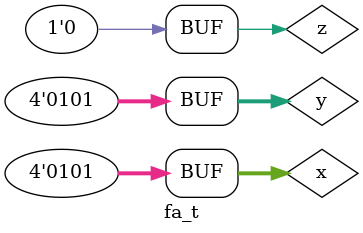
<source format=v>
`timescale 1ns / 1ps


module fa_t();
reg  [3:0] x,y;
reg z;
wire [3:0] sum;
wire carry;

ripple_carry uut(.x(x),.y(y),.z(z),.sum(sum),.carry(carry));


initial begin 
//    a = 0 ; b = 0 ; c = 0 ;
//#10 a = 0 ; b = 0 ; c = 1;
//#10 a = 0 ; b = 1 ; c = 0;
//#10 a = 0 ; b = 1 ; c = 1;
//#10 a = 1 ; b = 0 ; c = 0;
//#10 a = 1 ; b = 0 ; c = 1;
//#10 a = 1 ; b = 1 ; c = 0;
//#10 a = 1 ; b = 1 ; c = 1; 
// #10  $finish();
 
 x = 4'b0101 ; y =4'b0101; z=0;
 
  
 
 end



endmodule

</source>
